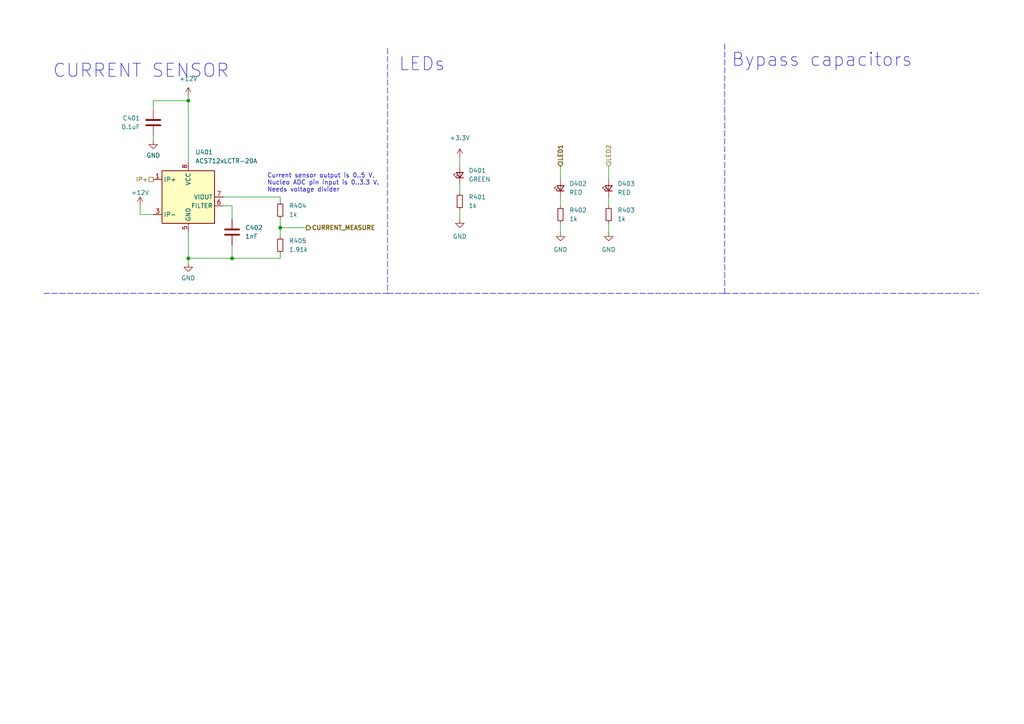
<source format=kicad_sch>
(kicad_sch (version 20211123) (generator eeschema)
  (paper "A4")
  (title_block (title "Onboard Components"))
  (lib_symbols
    (symbol "Device:C" (pin_numbers hide) (pin_names (offset 0.254))
      (property "Reference" "C" (at 0.635 2.54 0))
      (property "Value" "C" (at 0.635 -2.54 0))
      (symbol "C_0_1"
        (polyline (pts (xy -2.032 -0.762) (xy 2.032 -0.762)) (stroke (width 0.508)))
        (polyline (pts (xy -2.032 0.762) (xy 2.032 0.762)) (stroke (width 0.508)))
      )
      (symbol "C_1_1"
        (pin passive line (at 0 3.81 270) (length 2.794) (name "~") (number "1"))
        (pin passive line (at 0 -3.81 90) (length 2.794) (name "~") (number "2"))
      )
    )
    (symbol "Device:LED_Small" (pin_numbers hide) (pin_names (offset 0.254) hide)
      (property "Reference" "D" (at -1.27 3.175 0))
      (property "Value" "LED_Small" (at -4.445 -2.54 0))
      (symbol "LED_Small_0_1"
        (polyline (pts (xy -0.762 -1.016) (xy -0.762 1.016)) (stroke (width 0.254)))
        (polyline (pts (xy 1.016 0) (xy -0.762 0)))
        (polyline (pts (xy 0.762 -1.016) (xy -0.762 0) (xy 0.762 1.016) (xy 0.762 -1.016)) (stroke (width 0.254)))
        (polyline (pts (xy 0 0.762) (xy -0.508 1.27) (xy -0.254 1.27) (xy -0.508 1.27) (xy -0.508 1.016)))
        (polyline (pts (xy 0.508 1.27) (xy 0 1.778) (xy 0.254 1.778) (xy 0 1.778) (xy 0 1.524)))
      )
      (symbol "LED_Small_1_1"
        (pin passive line (at -2.54 0 0) (length 1.778) (name "K") (number "1"))
        (pin passive line (at 2.54 0 180) (length 1.778) (name "A") (number "2"))
      )
    )
    (symbol "Device:R_Small" (pin_numbers hide) (pin_names (offset 0.254) hide)
      (property "Reference" "R" (at 0.762 0.508 0))
      (property "Value" "R_Small" (at 0.762 -1.016 0))
      (symbol "R_Small_0_1"
        (rectangle (start -0.762 1.778) (end 0.762 -1.778) (stroke (width 0.2032)))
      )
      (symbol "R_Small_1_1"
        (pin passive line (at 0 2.54 270) (length 0.762) (name "~") (number "1"))
        (pin passive line (at 0 -2.54 90) (length 0.762) (name "~") (number "2"))
      )
    )
    (symbol "Sensor_Current:ACS712xLCTR-20A"
      (property "Reference" "U" (at 2.54 11.43 0))
      (property "Value" "ACS712xLCTR-20A" (at 2.54 8.89 0))
      (symbol "ACS712xLCTR-20A_0_1"
        (rectangle (start -7.62 7.62) (end 7.62 -7.62) (stroke (width 0.254)) (fill (type background)))
      )
      (symbol "ACS712xLCTR-20A_1_1"
        (pin passive line (at -10.16 5.08 0) (length 2.54) (name "IP+") (number "1"))
        (pin passive line (at -10.16 5.08 0) (length 2.54) hide (name "IP+") (number "2"))
        (pin passive line (at -10.16 -5.08 0) (length 2.54) (name "IP-") (number "3"))
        (pin passive line (at -10.16 -5.08 0) (length 2.54) hide (name "IP-") (number "4"))
        (pin power_in line (at 0 -10.16 90) (length 2.54) (name "GND") (number "5"))
        (pin passive line (at 10.16 -2.54 180) (length 2.54) (name "FILTER") (number "6"))
        (pin output line (at 10.16 0 180) (length 2.54) (name "VIOUT") (number "7"))
        (pin power_in line (at 0 10.16 270) (length 2.54) (name "VCC") (number "8"))
      )
    )
    (symbol "power:+12V" (power) (pin_names (offset 0))
      (property "Value" "+12V" (at 0 3.556 0))
      (symbol "+12V_0_1"
        (polyline (pts (xy -0.762 1.27) (xy 0 2.54)))
        (polyline (pts (xy 0 0) (xy 0 2.54)))
        (polyline (pts (xy 0 2.54) (xy 0.762 1.27)))
      )
      (symbol "+12V_1_1"
        (pin power_in line (at 0 0 90) (length 0) hide (name "+12V") (number "1"))
      )
    )
    (symbol "power:+3.3V" (power) (pin_names (offset 0))
      (property "Value" "+3.3V" (at 0 3.556 0))
      (symbol "+3.3V_0_1"
        (polyline (pts (xy -0.762 1.27) (xy 0 2.54)))
        (polyline (pts (xy 0 0) (xy 0 2.54)))
        (polyline (pts (xy 0 2.54) (xy 0.762 1.27)))
      )
      (symbol "+3.3V_1_1"
        (pin power_in line (at 0 0 90) (length 0) hide (name "+3.3V") (number "1"))
      )
    )
    (symbol "power:GND" (power) (pin_names (offset 0))
      (property "Value" "GND" (at 0 -3.81 0))
      (symbol "GND_0_1"
        (polyline (pts (xy 0 0) (xy 0 -1.27) (xy 1.27 -1.27) (xy 0 -2.54) (xy -1.27 -1.27) (xy 0 -1.27)))
      )
      (symbol "GND_1_1"
        (pin power_in line (at 0 0 270) (length 0) hide (name "GND") (number "1"))
      )
    )
  )
  (junction (at 67.31 74.93))
  (junction (at 81.28 66.04))
  (junction (at 54.61 29.21))
  (junction (at 54.61 74.93))
  (wire (pts (xy 67.31 74.93) (xy 81.28 74.93)))
  (wire (pts (xy 54.61 29.21) (xy 54.61 46.99)))
  (wire (pts (xy 64.77 57.15) (xy 81.28 57.15)))
  (wire (pts (xy 176.53 48.26) (xy 176.53 52.07)))
  (wire (pts (xy 64.77 59.69) (xy 67.31 59.69)))
  (wire (pts (xy 133.35 53.34) (xy 133.35 55.88)))
  (wire (pts (xy 81.28 57.15) (xy 81.28 58.42)))
  (wire (pts (xy 81.28 66.04) (xy 88.9 66.04)))
  (wire (pts (xy 176.53 57.15) (xy 176.53 59.69)))
  (polyline (pts (xy 112.395 85.09) (xy 210.185 85.09)))
  (polyline (pts (xy 210.185 85.09) (xy 283.845 85.09)))
  (wire (pts (xy 176.53 64.77) (xy 176.53 67.31)))
  (wire (pts (xy 54.61 27.94) (xy 54.61 29.21)))
  (wire (pts (xy 67.31 71.12) (xy 67.31 74.93)))
  (wire (pts (xy 44.45 39.37) (xy 44.45 40.64)))
  (wire (pts (xy 81.28 73.66) (xy 81.28 74.93)))
  (polyline (pts (xy 112.395 13.97) (xy 112.395 85.09)))
  (wire (pts (xy 44.45 31.75) (xy 44.45 29.21)))
  (wire (pts (xy 67.31 59.69) (xy 67.31 63.5)))
  (wire (pts (xy 133.35 45.72) (xy 133.35 48.26)))
  (polyline (pts (xy 210.185 12.7) (xy 210.185 85.09)))
  (polyline (pts (xy 12.7 85.09) (xy 112.395 85.09)))
  (wire (pts (xy 67.31 74.93) (xy 54.61 74.93)))
  (wire (pts (xy 40.64 62.23) (xy 44.45 62.23)))
  (wire (pts (xy 81.28 66.04) (xy 81.28 68.58)))
  (wire (pts (xy 162.56 48.26) (xy 162.56 52.07)))
  (wire (pts (xy 162.56 57.15) (xy 162.56 59.69)))
  (wire (pts (xy 162.56 64.77) (xy 162.56 67.31)))
  (wire (pts (xy 40.64 59.69) (xy 40.64 62.23)))
  (wire (pts (xy 133.35 60.96) (xy 133.35 63.5)))
  (wire (pts (xy 81.28 63.5) (xy 81.28 66.04)))
  (wire (pts (xy 54.61 67.31) (xy 54.61 74.93)))
  (wire (pts (xy 54.61 74.93) (xy 54.61 76.2)))
  (wire (pts (xy 44.45 29.21) (xy 54.61 29.21)))
  (text "LEDs" (at 115.57 20.955 0) (effects (font (size 3.81 3.81)) (justify left bottom)))
  (text "Current sensor output is 0..5 V,\nNucleo ADC pin input is 0..3.3 V.\nNeeds voltage divider" (at 77.47 55.88 0) (effects (font (size 1.27 1.27)) (justify left bottom)))
  (text "CURRENT SENSOR\n" (at 15.24 22.86 0) (effects (font (size 3.81 3.81)) (justify left bottom)))
  (text "Bypass capacitors" (at 212.09 19.685 0) (effects (font (size 3.81 3.81)) (justify left bottom)))
  (hierarchical_label "IP+" (shape passive) (at 44.45 52.07 180))
  (hierarchical_label "CURRENT_MEASURE" (shape output) (at 88.9 66.04 0) (effects (font (thickness 0.254) bold)))
  (hierarchical_label "LED2" (shape input) (at 176.53 48.26 90))
  (hierarchical_label "LED1" (shape input) (at 162.56 48.26 90) (effects (font bold)))
  (symbol (lib_id "power:GND") (at 44.45 40.64 0) (unit 1)
    (property "Reference" "#PWR0401" (effects hide))
    (property "Value" "GND" (at 44.45 45.085 0))
  )
  (symbol (lib_id "Device:C") (at 44.45 35.56 0) (mirror x) (unit 1)
    (property "Reference" "C401" (at 40.64 34.2899 0) (effects (justify right)))
    (property "Value" "0.1uF" (at 40.64 36.8299 0) (effects (justify right)))
    (property "Footprint" "Capacitor_SMD:C_0805_2012Metric" (effects hide))
    (property "Datasheet" "https://www.yageo.com/upload/media/product/productsearch/datasheet/mlcc/UPY-GPHC_X7R_6.3V-to-250V_22.pdf" (effects hide))
    (property "PurchaseLoc" "https://www.digikey.fi/fi/products/detail/yageo/CC0805KRX7R9BB104/302874" (effects hide))
    (property "Price" "0,09" (effects hide))
  )
  (symbol (lib_id "power:+12V") (at 54.61 27.94 0) (unit 1)
    (property "Reference" "#PWR0111" (effects hide))
    (property "Value" "+12V" (at 54.61 22.86 0))
  )
  (symbol (lib_id "Device:C") (at 67.31 67.31 180) (unit 1)
    (property "Reference" "C402" (at 71.12 66.0399 0) (effects (justify right)))
    (property "Value" "1nF" (at 71.12 68.5799 0) (effects (justify right)))
    (property "Footprint" "Capacitor_SMD:C_0805_2012Metric" (effects hide))
    (property "Datasheet" "https://www.yageo.com/upload/media/product/productsearch/datasheet/mlcc/UPY-GPHC_X7R_6.3V-to-250V_22.pdf" (effects hide))
    (property "PurchaseLoc" "https://www.digikey.fi/fi/products/detail/yageo/CC0805KRX7R9BB102/302861" (effects hide))
    (property "Price" "0,09" (effects hide))
  )
  (symbol (lib_id "power:GND") (at 54.61 76.2 0) (unit 1)
    (property "Reference" "#PWR0403" (effects hide))
    (property "Value" "GND" (at 54.61 80.645 0))
  )
  (symbol (lib_id "Device:R_Small") (at 81.28 60.96 0) (unit 1)
    (property "Reference" "R404" (at 83.82 59.6899 0) (effects (justify left)))
    (property "Value" "1k" (at 83.82 62.2299 0) (effects (justify left)))
    (property "Footprint" "Resistor_SMD:R_0805_2012Metric" (effects hide))
    (property "Datasheet" "https://www.yageo.com/upload/media/product/productsearch/datasheet/rchip/PYu-RC_Group_51_RoHS_L_12.pdf" (effects hide))
    (property "PurchaseLoc" "https://www.digikey.fi/fi/products/detail/yageo/RC0805FR-071KL/727444" (effects hide))
    (property "Price" "0,09" (effects hide))
  )
  (symbol (lib_id "Device:R_Small") (at 176.53 62.23 0) (unit 1)
    (property "Reference" "R403" (at 179.07 60.9599 0) (effects (justify left)))
    (property "Value" "1k" (at 179.07 63.4999 0) (effects (justify left)))
    (property "Footprint" "Resistor_SMD:R_0603_1608Metric_Pad0.98x0.95mm_HandSolder" (effects hide))
  )
  (symbol (lib_id "power:GND") (at 133.35 63.5 0) (unit 1)
    (property "Reference" "#PWR0108" (effects hide))
    (property "Value" "GND" (at 133.35 68.58 0))
  )
  (symbol (lib_id "Device:LED_Small") (at 133.35 50.8 90) (unit 1)
    (property "Reference" "D401" (at 135.89 49.4664 90) (effects (justify right)))
    (property "Value" "GREEN" (at 135.89 52.0064 90) (effects (justify right)))
    (property "Footprint" "LED_SMD:LED_1206_3216Metric" (effects hide))
    (property "Datasheet" "https://www.lumex.com/spec/SML-LX1206GC-TR.pdf" (effects hide))
    (property "PurchaseLoc" "https://www.digikey.fi/fi/products/detail/lumex-opto-components-inc/SML-LX1206GC-TR/229139" (effects hide))
    (property "Price" "0.35" (effects hide))
  )
  (symbol (lib_id "power:GND") (at 176.53 67.31 0) (unit 1)
    (property "Reference" "#PWR0106" (effects hide))
    (property "Value" "GND" (at 176.53 72.39 0))
  )
  (symbol (lib_id "Sensor_Current:ACS712xLCTR-20A") (at 54.61 57.15 0) (unit 1)
    (property "Reference" "U401" (at 56.6294 44.1452 0) (effects (justify left)))
    (property "Value" "ACS712xLCTR-20A" (at 56.6294 46.6852 0) (effects (justify left)))
    (property "Footprint" "Package_SO:SOIC-8_3.9x4.9mm_P1.27mm" (effects hide))
    (property "Datasheet" "http://www.allegromicro.com/~/media/Files/Datasheets/ACS712-Datasheet.ashx?la=en" (effects hide))
    (property "PurchaseLoc" "https://www.digikey.fi/en/products/detail/allegro-microsystems/ACS712ELCTR-20A-T/1284594" (effects hide))
    (property "Price" "4.01" (effects hide))
  )
  (symbol (lib_id "Device:LED_Small") (at 162.56 54.61 90) (unit 1)
    (property "Reference" "D402" (at 165.1 53.2764 90) (effects (justify right)))
    (property "Value" "RED" (at 165.1 55.8164 90) (effects (justify right)))
    (property "Footprint" "LED_SMD:LED_1206_3216Metric" (effects hide))
    (property "Datasheet" "https://www.lumex.com/spec/SML-LX1206IC-TR.pdf" (effects hide))
    (property "PurchaseLoc" "https://www.digikey.fi/fi/products/detail/lumex-opto-components-inc/SML-LX1206IC-TR/229140" (effects hide))
    (property "Price" "0.36" (effects hide))
  )
  (symbol (lib_id "power:+3.3V") (at 133.35 45.72 0) (unit 1)
    (property "Reference" "#PWR0109" (effects hide))
    (property "Value" "+3.3V" (at 133.35 40.005 0))
  )
  (symbol (lib_id "Device:R_Small") (at 162.56 62.23 0) (unit 1)
    (property "Reference" "R402" (at 165.1 60.9599 0) (effects (justify left)))
    (property "Value" "1k" (at 165.1 63.4999 0) (effects (justify left)))
    (property "Footprint" "Resistor_SMD:R_0603_1608Metric_Pad0.98x0.95mm_HandSolder" (effects hide))
  )
  (symbol (lib_id "Device:R_Small") (at 81.28 71.12 0) (unit 1)
    (property "Reference" "R405" (at 83.82 69.8499 0) (effects (justify left)))
    (property "Value" "1.91k" (at 83.82 72.3899 0) (effects (justify left)))
    (property "Footprint" "Resistor_SMD:R_0805_2012Metric" (effects hide))
    (property "Datasheet" "https://www.yageo.com/upload/media/product/productsearch/datasheet/rchip/PYu-RC_Group_51_RoHS_L_12.pdf" (effects hide))
    (property "PurchaseLoc" "https://www.digikey.fi/fi/products/detail/yageo/RC0805FR-071K91L/727529" (effects hide))
    (property "Price" "0,09" (effects hide))
  )
  (symbol (lib_id "Device:R_Small") (at 133.35 58.42 0) (unit 1)
    (property "Reference" "R401" (at 135.89 57.1499 0) (effects (justify left)))
    (property "Value" "1k" (at 135.89 59.6899 0) (effects (justify left)))
    (property "Footprint" "Resistor_SMD:R_0603_1608Metric_Pad0.98x0.95mm_HandSolder" (effects hide))
  )
  (symbol (lib_id "Device:LED_Small") (at 176.53 54.61 90) (unit 1)
    (property "Reference" "D403" (at 179.07 53.2764 90) (effects (justify right)))
    (property "Value" "RED" (at 179.07 55.8164 90) (effects (justify right)))
    (property "Footprint" "LED_SMD:LED_1206_3216Metric" (effects hide))
    (property "Datasheet" "https://www.lumex.com/spec/SML-LX1206IC-TR.pdf" (effects hide))
    (property "PurchaseLoc" "https://www.digikey.fi/fi/products/detail/lumex-opto-components-inc/SML-LX1206IC-TR/229140" (effects hide))
    (property "Price" "0.36" (effects hide))
  )
  (symbol (lib_id "power:GND") (at 162.56 67.31 0) (unit 1)
    (property "Reference" "#PWR0107" (effects hide))
    (property "Value" "GND" (at 162.56 72.39 0))
  )
  (symbol (lib_id "power:+12V") (at 40.64 59.69 0) (unit 1)
    (property "Reference" "#PWR0103" (effects hide))
    (property "Value" "+12V" (at 40.64 55.88 0))
  )
)
</source>
